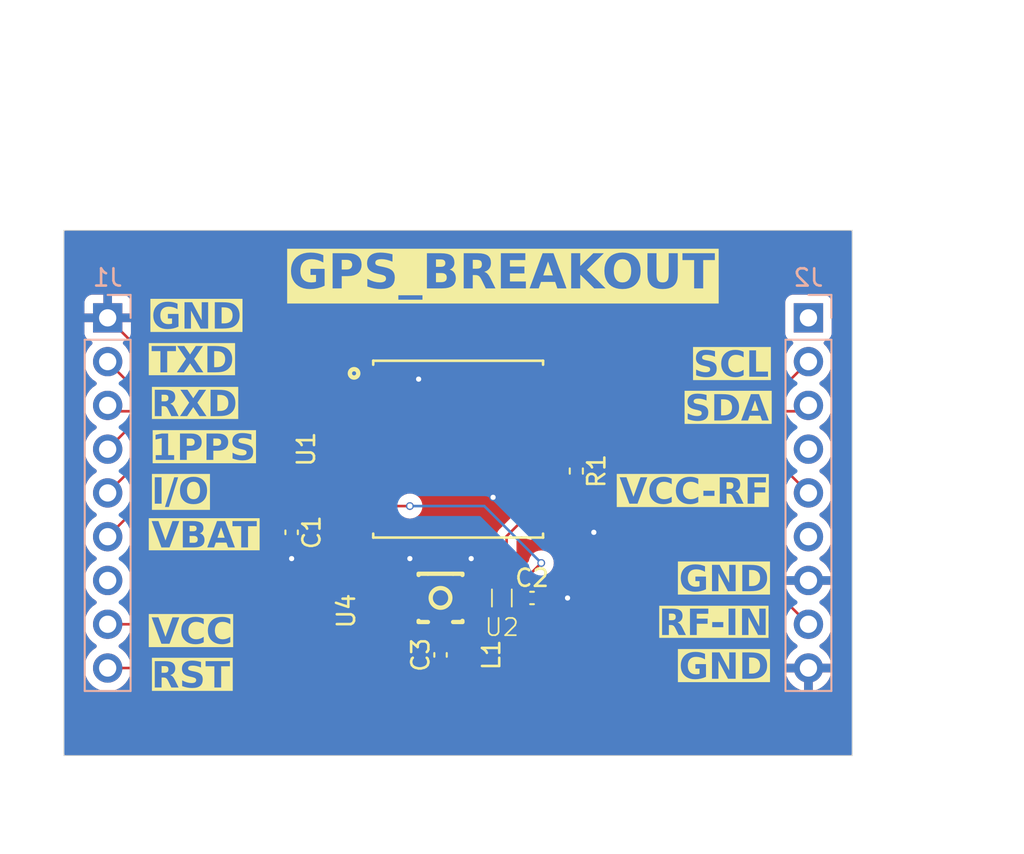
<source format=kicad_pcb>
(kicad_pcb (version 20221018) (generator pcbnew)
  (layers (0 "F.Cu" signal) (1 "In1.Cu" signal) (2 "In2.Cu" signal) (31 "B.Cu" signal) (34 "B.Paste" user) (35 "F.Paste" user) (36 "B.SilkS" user "B.Silkscreen") (37 "F.SilkS" user "F.Silkscreen") (38 "B.Mask" user) (39 "F.Mask" user) (44 "Edge.Cuts" user))
  (net 0 "")
  (net 1 "/TXD")
  (net 2 "GND")
  (net 3 "Net-(C3-Pad1)")
  (net 4 "Net-(C3-Pad2)")
  (net 5 "VCC")
  (net 6 "/RXD")
  (net 7 "/1PPS")
  (net 8 "/ON{slash}OFF")
  (net 9 "/VBAT")
  (net 10 "/RST")
  (net 11 "/RF_IN")
  (net 12 "/VCC_RF")
  (net 13 "/SDA")
  (net 14 "/SCL")
  (net 15 "Net-(U2-RFIN)")
  (footprint "Capacitor_SMD:C_0402_1005Metric" (layer "F.Cu") (at 169.164 105.918 90)
    (fp_text reference "C3" (at 0 -1.16 90) (layer "F.SilkS"))
    (fp_text value "470pF")
    (fp_line (start -0.107836 -0.36) (end 0.107836 -0.36) (stroke (width 0.12)) (layer "F.SilkS"))
    (fp_line (start -0.107836 0.36) (end 0.107836 0.36) (stroke (width 0.12)) (layer "F.SilkS"))
    (pad "1" smd roundrect (at -0.48 0 90) (size 0.56 0.62) (layers "F.Cu" "F.Paste" "F.Mask") (net 3 "Net-(C3-Pad1)"))
    (pad "2" smd roundrect (at 0.48 0 90) (size 0.56 0.62) (layers "F.Cu" "F.Paste" "F.Mask") (net 4 "Net-(C3-Pad2)"))
  )
  (footprint "PARTS:GPSM-SMD_ATGM336H-TR" (layer "F.Cu") (at 170.18 93.98 90)
    (fp_text reference "U1" (at 0 -8.81 90) (layer "F.SilkS"))
    (fp_text value "ATGM336H-5N31")
    (fp_line (start -5.13 -4.92) (end -5.13 -4.92) (stroke (width 0.15)) (layer "F.SilkS"))
    (fp_line (start -5.13 -4.92) (end -5.13 4.93) (stroke (width 0.15)) (layer "F.SilkS"))
    (fp_line (start -5.13 4.93) (end -5.13 4.93) (stroke (width 0.15)) (layer "F.SilkS"))
    (fp_line (start -5.13 4.93) (end -4.9 4.93) (stroke (width 0.15)) (layer "F.SilkS"))
    (fp_line (start -4.9 -4.92) (end -5.13 -4.92) (stroke (width 0.15)) (layer "F.SilkS"))
    (fp_line (start 4.9 -4.92) (end 5.13 -4.92) (stroke (width 0.15)) (layer "F.SilkS"))
    (fp_line (start 5.13 -4.92) (end 5.13 -4.92) (stroke (width 0.15)) (layer "F.SilkS"))
    (fp_line (start 5.13 -4.92) (end 5.13 4.93) (stroke (width 0.15)) (layer "F.SilkS"))
    (fp_line (start 5.13 4.93) (end 4.9 4.93) (stroke (width 0.15)) (layer "F.SilkS"))
    (fp_line (start 5.13 4.93) (end 5.13 4.93) (stroke (width 0.15)) (layer "F.SilkS"))
    (fp_circle (center 4.4 -6.03) (end 4.52 -6.03) (stroke (width 0.25)) (fill none) (layer "F.SilkS"))
    (pad "1" smd oval (at 4.4 -4.81 270) (size 0.7 1.77) (layers "F.Cu" "F.Paste" "F.Mask") (net 2 "GND"))
    (pad "2" smd oval (at 3.3 -4.81 270) (size 0.7 1.77) (layers "F.Cu" "F.Paste" "F.Mask") (net 1 "/TXD"))
    (pad "3" smd oval (at 2.2 -4.81 270) (size 0.7 1.77) (layers "F.Cu" "F.Paste" "F.Mask") (net 6 "/RXD"))
    (pad "4" smd oval (at 1.1 -4.81 270) (size 0.7 1.77) (layers "F.Cu" "F.Paste" "F.Mask") (net 7 "/1PPS"))
    (pad "5" smd oval (at 0 -4.81 270) (size 0.7 1.77) (layers "F.Cu" "F.Paste" "F.Mask") (net 8 "/ON{slash}OFF"))
    (pad "6" smd oval (at -1.1 -4.81 270) (size 0.7 1.77) (layers "F.Cu" "F.Paste" "F.Mask") (net 9 "/VBAT"))
    (pad "7" smd oval (at -2.2 -4.81 270) (size 0.7 1.77) (layers "F.Cu" "F.Paste" "F.Mask"))
    (pad "8" smd oval (at -3.3 -4.81 270) (size 0.7 1.77) (layers "F.Cu" "F.Paste" "F.Mask") (net 5 "VCC"))
    (pad "9" smd oval (at -4.4 -4.81 270) (size 0.7 1.77) (layers "F.Cu" "F.Paste" "F.Mask") (net 10 "/RST"))
    (pad "10" smd oval (at -4.4 4.81 270) (size 0.7 1.77) (layers "F.Cu" "F.Paste" "F.Mask") (net 2 "GND"))
    (pad "11" smd oval (at -3.3 4.81 270) (size 0.7 1.77) (layers "F.Cu" "F.Paste" "F.Mask") (net 11 "/RF_IN"))
    (pad "12" smd oval (at -2.2 4.81 270) (size 0.7 1.77) (layers "F.Cu" "F.Paste" "F.Mask") (net 2 "GND"))
    (pad "13" smd oval (at -1.1 4.81 270) (size 0.7 1.77) (layers "F.Cu" "F.Paste" "F.Mask"))
    (pad "14" smd oval (at 0 4.81 270) (size 0.7 1.77) (layers "F.Cu" "F.Paste" "F.Mask") (net 12 "/VCC_RF"))
    (pad "15" smd oval (at 1.1 4.81 270) (size 0.7 1.77) (layers "F.Cu" "F.Paste" "F.Mask"))
    (pad "16" smd oval (at 2.2 4.81 270) (size 0.7 1.77) (layers "F.Cu" "F.Paste" "F.Mask") (net 13 "/SDA"))
    (pad "17" smd oval (at 3.3 4.81 270) (size 0.7 1.77) (layers "F.Cu" "F.Paste" "F.Mask") (net 14 "/SCL"))
    (pad "18" smd oval (at 4.4 4.81 270) (size 0.7 1.77) (layers "F.Cu" "F.Paste" "F.Mask"))
  )
  (footprint "Capacitor_SMD:C_0402_1005Metric" (layer "F.Cu") (at 160.528 98.806 -90)
    (fp_text reference "C1" (at 0 -1.16 90) (layer "F.SilkS"))
    (fp_text value "10uF")
    (fp_line (start -0.107836 -0.36) (end 0.107836 -0.36) (stroke (width 0.12)) (layer "F.SilkS"))
    (fp_line (start -0.107836 0.36) (end 0.107836 0.36) (stroke (width 0.12)) (layer "F.SilkS"))
    (pad "1" smd roundrect (at -0.48 0 270) (size 0.56 0.62) (layers "F.Cu" "F.Paste" "F.Mask") (net 5 "VCC"))
    (pad "2" smd roundrect (at 0.48 0 270) (size 0.56 0.62) (layers "F.Cu" "F.Paste" "F.Mask") (net 2 "GND"))
  )
  (footprint "Inductor_SMD:L_0402_1005Metric" (layer "F.Cu") (at 170.942 105.918 -90)
    (fp_text reference "L1" (at 0 -1.17 90) (layer "F.SilkS"))
    (fp_text value "6.8nH")
    (pad "1" smd roundrect (at -0.485 0 270) (size 0.59 0.64) (layers "F.Cu" "F.Paste" "F.Mask") (net 15 "Net-(U2-RFIN)"))
    (pad "2" smd roundrect (at 0.485 0 270) (size 0.59 0.64) (layers "F.Cu" "F.Paste" "F.Mask") (net 3 "Net-(C3-Pad1)"))
  )
  (footprint "PARTS:IPEX-SMD_BWIPX-1-001E" (layer "F.Cu") (at 169.164 103.37 90)
    (fp_text reference "U4" (at 0 -5.47 90) (layer "F.SilkS"))
    (fp_text value "BWU.FL-IPEX1")
    (fp_line (start -0.64 -1.27) (end -0.64 -0.73) (stroke (width 0.25)) (layer "F.SilkS"))
    (fp_line (start -0.64 0.73) (end -0.64 1.27) (stroke (width 0.25)) (layer "F.SilkS"))
    (fp_line (start -0.64 1.27) (end -0.57 1.27) (stroke (width 0.25)) (layer "F.SilkS"))
    (fp_line (start -0.57 -1.27) (end -0.64 -1.27) (stroke (width 0.25)) (layer "F.SilkS"))
    (fp_line (start 2.09 1.27) (end 2.16 1.27) (stroke (width 0.25)) (layer "F.SilkS"))
    (fp_line (start 2.16 -1.27) (end 2.09 -1.27) (stroke (width 0.25)) (layer "F.SilkS"))
    (fp_line (start 2.16 -0.73) (end 2.16 -1.27) (stroke (width 0.25)) (layer "F.SilkS"))
    (fp_line (start 2.16 -0.73) (end 2.16 0.73) (stroke (width 0.25)) (layer "F.SilkS"))
    (fp_line (start 2.16 1.27) (end 2.16 0.73) (stroke (width 0.25)) (layer "F.SilkS"))
    (fp_circle (center 0.76 0) (end 1.33 0) (stroke (width 0.25)) (fill none) (layer "F.SilkS"))
    (pad "1" smd rect (at -0.76 0 270) (size 1.05 1) (layers "F.Cu" "F.Paste" "F.Mask") (net 4 "Net-(C3-Pad2)"))
    (pad "2" smd rect (at 0.76 1.47 270) (size 2.2 1.05) (layers "F.Cu" "F.Paste" "F.Mask") (net 2 "GND"))
    (pad "3" smd rect (at 0.76 -1.47 270) (size 2.2 1.05) (layers "F.Cu" "F.Paste" "F.Mask") (net 2 "GND"))
  )
  (footprint "Resistor_SMD:R_0402_1005Metric" (layer "F.Cu") (at 177.038 95.25 -90)
    (fp_text reference "R1" (at 0 -1.17 90) (layer "F.SilkS"))
    (fp_text value "1k")
    (fp_line (start -0.153641 -0.38) (end 0.153641 -0.38) (stroke (width 0.12)) (layer "F.SilkS"))
    (fp_line (start -0.153641 0.38) (end 0.153641 0.38) (stroke (width 0.12)) (layer "F.SilkS"))
    (pad "1" smd roundrect (at -0.51 0 270) (size 0.54 0.64) (layers "F.Cu" "F.Paste" "F.Mask") (net 12 "/VCC_RF"))
    (pad "2" smd roundrect (at 0.51 0 270) (size 0.54 0.64) (layers "F.Cu" "F.Paste" "F.Mask") (net 2 "GND"))
  )
  (footprint "PARTS:AT2659" (layer "F.Cu") (at 172.72 102.616)
    (fp_text reference "U2" (at 0 1.7 unlocked) (layer "F.SilkS") (effects (font (thickness 0.1))))
    (fp_text value "AT2659")
    (fp_line (start -0.575 -0.5) (end -0.575 0.5) (stroke (width 0.1)) (layer "F.SilkS"))
    (fp_line (start 0.575 -0.5) (end 0.575 0.5) (stroke (width 0.1)) (layer "F.SilkS"))
    (pad "1" smd roundrect (at -0.275 -0.5 180) (size 0.445 0.23) (layers "F.Cu" "F.Paste" "F.Mask") (roundrect_rratio 0) (chamfer_ratio 0.45) (chamfer bottom_left) (net 2 "GND"))
    (pad "2" smd rect (at -0.275 0 180) (size 0.445 0.23) (layers "F.Cu" "F.Paste" "F.Mask") (net 2 "GND"))
    (pad "3" smd rect (at -0.275 0.5 180) (size 0.445 0.23) (layers "F.Cu" "F.Paste" "F.Mask") (net 15 "Net-(U2-RFIN)"))
    (pad "4" smd rect (at 0.275 0.5 180) (size 0.445 0.23) (layers "F.Cu" "F.Paste" "F.Mask") (net 5 "VCC"))
    (pad "5" smd rect (at 0.275 0 180) (size 0.445 0.23) (layers "F.Cu" "F.Paste" "F.Mask") (net 5 "VCC"))
    (pad "6" smd rect (at 0.275 -0.5 180) (size 0.445 0.23) (layers "F.Cu" "F.Paste" "F.Mask") (net 11 "/RF_IN"))
  )
  (footprint "Capacitor_SMD:C_0402_1005Metric" (layer "F.Cu") (at 174.47 102.616)
    (fp_text reference "C2" (at 0 -1.16) (layer "F.SilkS"))
    (fp_text value "100nF")
    (fp_line (start -0.107836 -0.36) (end 0.107836 -0.36) (stroke (width 0.12)) (layer "F.SilkS"))
    (fp_line (start -0.107836 0.36) (end 0.107836 0.36) (stroke (width 0.12)) (layer "F.SilkS"))
    (pad "1" smd roundrect (at -0.48 0) (size 0.56 0.62) (layers "F.Cu" "F.Paste" "F.Mask") (net 5 "VCC"))
    (pad "2" smd roundrect (at 0.48 0) (size 0.56 0.62) (layers "F.Cu" "F.Paste" "F.Mask") (net 2 "GND"))
  )
  (footprint "Connector_PinHeader_2.54mm:PinHeader_1x09_P2.54mm_Vertical" (layer "B.Cu") (at 149.86 86.36 180)
    (fp_text reference "J1" (at 0 2.33) (layer "B.SilkS") (effects (justify mirror)))
    (fp_text value "Conn_01x09_Pin")
    (fp_line (start -1.33 -21.65) (end 1.33 -21.65) (stroke (width 0.12)) (layer "B.SilkS"))
    (fp_line (start -1.33 -1.27) (end -1.33 -21.65) (stroke (width 0.12)) (layer "B.SilkS"))
    (fp_line (start -1.33 -1.27) (end 1.33 -1.27) (stroke (width 0.12)) (layer "B.SilkS"))
    (fp_line (start -1.33 0) (end -1.33 1.33) (stroke (width 0.12)) (layer "B.SilkS"))
    (fp_line (start -1.33 1.33) (end 0 1.33) (stroke (width 0.12)) (layer "B.SilkS"))
    (fp_line (start 1.33 -1.27) (end 1.33 -21.65) (stroke (width 0.12)) (layer "B.SilkS"))
    (pad "1" thru_hole rect (at 0 0 180) (size 1.7 1.7) (drill 1) (layers "*.Cu" "*.Mask") (net 2 "GND"))
    (pad "2" thru_hole oval (at 0 -2.54 180) (size 1.7 1.7) (drill 1) (layers "*.Cu" "*.Mask") (net 1 "/TXD"))
    (pad "3" thru_hole oval (at 0 -5.08 180) (size 1.7 1.7) (drill 1) (layers "*.Cu" "*.Mask") (net 6 "/RXD"))
    (pad "4" thru_hole oval (at 0 -7.62 180) (size 1.7 1.7) (drill 1) (layers "*.Cu" "*.Mask") (net 7 "/1PPS"))
    (pad "5" thru_hole oval (at 0 -10.16 180) (size 1.7 1.7) (drill 1) (layers "*.Cu" "*.Mask") (net 8 "/ON{slash}OFF"))
    (pad "6" thru_hole oval (at 0 -12.7 180) (size 1.7 1.7) (drill 1) (layers "*.Cu" "*.Mask") (net 9 "/VBAT"))
    (pad "7" thru_hole oval (at 0 -15.24 180) (size 1.7 1.7) (drill 1) (layers "*.Cu" "*.Mask"))
    (pad "8" thru_hole oval (at 0 -17.78 180) (size 1.7 1.7) (drill 1) (layers "*.Cu" "*.Mask") (net 5 "VCC"))
    (pad "9" thru_hole oval (at 0 -20.32 180) (size 1.7 1.7) (drill 1) (layers "*.Cu" "*.Mask") (net 10 "/RST"))
  )
  (footprint "Connector_PinHeader_2.54mm:PinHeader_1x09_P2.54mm_Vertical" (layer "B.Cu") (at 190.5 86.36 180)
    (fp_text reference "J2" (at 0 2.33) (layer "B.SilkS") (effects (justify mirror)))
    (fp_text value "Conn_01x09_Pin")
    (fp_line (start -1.33 -21.65) (end 1.33 -21.65) (stroke (width 0.12)) (layer "B.SilkS"))
    (fp_line (start -1.33 -1.27) (end -1.33 -21.65) (stroke (width 0.12)) (layer "B.SilkS"))
    (fp_line (start -1.33 -1.27) (end 1.33 -1.27) (stroke (width 0.12)) (layer "B.SilkS"))
    (fp_line (start -1.33 0) (end -1.33 1.33) (stroke (width 0.12)) (layer "B.SilkS"))
    (fp_line (start -1.33 1.33) (end 0 1.33) (stroke (width 0.12)) (layer "B.SilkS"))
    (fp_line (start 1.33 -1.27) (end 1.33 -21.65) (stroke (width 0.12)) (layer "B.SilkS"))
    (pad "1" thru_hole rect (at 0 0 180) (size 1.7 1.7) (drill 1) (layers "*.Cu" "*.Mask"))
    (pad "2" thru_hole oval (at 0 -2.54 180) (size 1.7 1.7) (drill 1) (layers "*.Cu" "*.Mask") (net 14 "/SCL"))
    (pad "3" thru_hole oval (at 0 -5.08 180) (size 1.7 1.7) (drill 1) (layers "*.Cu" "*.Mask") (net 13 "/SDA"))
    (pad "4" thru_hole oval (at 0 -7.62 180) (size 1.7 1.7) (drill 1) (layers "*.Cu" "*.Mask"))
    (pad "5" thru_hole oval (at 0 -10.16 180) (size 1.7 1.7) (drill 1) (layers "*.Cu" "*.Mask") (net 12 "/VCC_RF"))
    (pad "6" thru_hole oval (at 0 -12.7 180) (size 1.7 1.7) (drill 1) (layers "*.Cu" "*.Mask"))
    (pad "7" thru_hole oval (at 0 -15.24 180) (size 1.7 1.7) (drill 1) (layers "*.Cu" "*.Mask") (net 2 "GND"))
    (pad "8" thru_hole oval (at 0 -17.78 180) (size 1.7 1.7) (drill 1) (layers "*.Cu" "*.Mask") (net 11 "/RF_IN"))
    (pad "9" thru_hole oval (at 0 -20.32 180) (size 1.7 1.7) (drill 1) (layers "*.Cu" "*.Mask") (net 2 "GND"))
  )
  (gr_line (start 147.32 111.76) (end 147.32 81.28) (stroke (width 0.05)) (layer "Edge.Cuts"))
  (gr_line (start 193.04 81.28) (end 193.04 111.76) (stroke (width 0.05)) (layer "Edge.Cuts"))
  (gr_line (start 193.04 111.76) (end 147.32 111.76) (stroke (width 0.05)) (layer "Edge.Cuts"))
  (gr_line (start 147.32 81.28) (end 193.04 81.28) (stroke (width 0.05)) (layer "Edge.Cuts"))
  (gr_text "I/O" (at 152.4 96.52) (layer "F.SilkS" knockout) (effects (font (size 1.5 1.5) (thickness 0.3) bold) (justify left)))
  (gr_text "GPS_BREAKOUT" (at 172.72 83.82) (layer "F.SilkS" knockout) (effects (font (size 2 2))))
  (gr_text "GND" (at 188.214 101.6) (layer "F.SilkS" knockout) (effects (font (size 1.5 1.5) (thickness 0.3) bold) (justify right)))
  (gr_text "GND" (at 152.4 86.36) (layer "F.SilkS" knockout) (effects (font (size 1.5 1.5) (thickness 0.3) bold) (justify left)))
  (gr_text "VCC" (at 152.4 104.648) (layer "F.SilkS" knockout) (effects (font (size 1.5 1.5) (thickness 0.3) bold) (justify left)))
  (gr_text "TXD" (at 152.4 88.9) (layer "F.SilkS" knockout) (effects (font (size 1.5 1.5) (thickness 0.3) bold) (justify left)))
  (gr_text "RXD" (at 152.4 91.44) (layer "F.SilkS" knockout) (effects (font (size 1.5 1.5) (thickness 0.3) bold) (justify left)))
  (gr_text "GND" (at 188.214 106.68) (layer "F.SilkS" knockout) (effects (font (size 1.5 1.5) (thickness 0.3) bold) (justify right)))
  (gr_text "SDA" (at 188.214 91.694) (layer "F.SilkS" knockout) (effects (font (size 1.5 1.5) (thickness 0.3) bold) (justify right)))
  (gr_text "1PPS" (at 152.4 93.98) (layer "F.SilkS" knockout) (effects (font (size 1.5 1.5) (thickness 0.3) bold) (justify left)))
  (gr_text "SCL" (at 188.214 89.154) (layer "F.SilkS" knockout) (effects (font (size 1.5 1.5) (thickness 0.3) bold) (justify right)))
  (gr_text "VBAT" (at 152.4 99.06) (layer "F.SilkS" knockout) (effects (font (size 1.5 1.5) (thickness 0.3) bold) (justify left)))
  (gr_text "VCC-RF" (at 188.214 96.52) (layer "F.SilkS" knockout) (effects (font (size 1.5 1.5) (thickness 0.3) bold) (justify right)))
  (gr_text "RF-IN" (at 188.214 104.14) (layer "F.SilkS" knockout) (effects (font (size 1.5 1.5) (thickness 0.3) bold) (justify right)))
  (gr_text "RST" (at 152.4 107.188) (layer "F.SilkS" knockout) (effects (font (size 1.5 1.5) (thickness 0.3) bold) (justify left)))
  (segment (start 165.37 90.68) (end 151.64 90.68) (width 0.15) (layer "F.Cu") (net 1))
  (segment (start 151.64 90.68) (end 149.86 88.9) (width 0.15) (layer "F.Cu") (net 1))
  (segment (start 167.694 102.61) (end 167.694 100.638) (width 0.15) (layer "F.Cu") (net 2))
  (segment (start 153.08 89.58) (end 149.86 86.36) (width 0.15) (layer "F.Cu") (net 2))
  (segment (start 174.95 102.616) (end 176.53 102.616) (width 0.15) (layer "F.Cu") (net 2))
  (segment (start 174.99 96.18) (end 172.806 96.18) (width 0.15) (layer "F.Cu") (net 2))
  (segment (start 170.634 102.61) (end 170.634 100.638) (width 0.15) (layer "F.Cu") (net 2))
  (segment (start 172.445 102.616) (end 170.64 102.616) (width 0.15) (layer "F.Cu") (net 2))
  (segment (start 170.64 102.616) (end 170.634 102.61) (width 0.15) (layer "F.Cu") (net 2))
  (segment (start 172.806 96.18) (end 172.212 96.774) (width 0.15) (layer "F.Cu") (net 2))
  (segment (start 177.628 98.38) (end 178.054 98.806) (width 0.15) (layer "F.Cu") (net 2))
  (segment (start 174.99 98.38) (end 177.628 98.38) (width 0.15) (layer "F.Cu") (net 2))
  (segment (start 176.618 96.18) (end 177.038 95.76) (width 0.15) (layer "F.Cu") (net 2))
  (segment (start 174.99 96.18) (end 176.618 96.18) (width 0.15) (layer "F.Cu") (net 2))
  (segment (start 170.634 100.638) (end 170.942 100.33) (width 0.15) (layer "F.Cu") (net 2))
  (segment (start 167.558 89.58) (end 167.894 89.916) (width 0.15) (layer "F.Cu") (net 2))
  (segment (start 165.37 89.58) (end 167.558 89.58) (width 0.15) (layer "F.Cu") (net 2))
  (segment (start 165.37 89.58) (end 153.08 89.58) (width 0.15) (layer "F.Cu") (net 2))
  (segment (start 160.528 99.286) (end 160.528 100.33) (width 0.15) (layer "F.Cu") (net 2))
  (segment (start 167.694 100.638) (end 167.386 100.33) (width 0.15) (layer "F.Cu") (net 2))
  (via (at 167.386 100.33) (size 0.45) (drill 0.3) (layers "F.Cu" "B.Cu") (net 2))
  (via (at 178.054 98.806) (size 0.45) (drill 0.3) (layers "F.Cu" "B.Cu") (net 2))
  (via (at 167.894 89.916) (size 0.45) (drill 0.3) (layers "F.Cu" "B.Cu") (net 2))
  (via (at 172.212 96.774) (size 0.45) (drill 0.3) (layers "F.Cu" "B.Cu") (net 2))
  (via (at 176.53 102.616) (size 0.45) (drill 0.3) (layers "F.Cu" "B.Cu") (net 2))
  (via (at 160.528 100.33) (size 0.45) (drill 0.3) (layers "F.Cu" "B.Cu") (net 2))
  (via (at 170.942 100.33) (size 0.45) (drill 0.3) (layers "F.Cu" "B.Cu") (net 2))
  (segment (start 170.937 106.398) (end 170.942 106.403) (width 0.15) (layer "F.Cu") (net 3))
  (segment (start 169.164 106.398) (end 170.937 106.398) (width 0.15) (layer "F.Cu") (net 3))
  (segment (start 169.164 104.13) (end 169.164 105.438) (width 0.15) (layer "F.Cu") (net 4))
  (segment (start 149.86 104.14) (end 154.714 104.14) (width 0.15) (layer "F.Cu") (net 5))
  (segment (start 173.99 102.616) (end 173.99 101.6) (width 0.15) (layer "F.Cu") (net 5))
  (segment (start 154.714 104.14) (end 160.528 98.326) (width 0.15) (layer "F.Cu") (net 5))
  (segment (start 173.99 102.616) (end 172.995 102.616) (width 0.15) (layer "F.Cu") (net 5))
  (segment (start 160.528 98.326) (end 161.574 97.28) (width 0.15) (layer "F.Cu") (net 5))
  (segment (start 173.99 101.6) (end 175.006 100.584) (width 0.15) (layer "F.Cu") (net 5))
  (segment (start 165.37 97.28) (end 167.386 97.282) (width 0.15) (layer "F.Cu") (net 5))
  (segment (start 161.574 97.28) (end 165.37 97.28) (width 0.15) (layer "F.Cu") (net 5))
  (segment (start 167.386 97.282) (end 167.384 97.28) (width 0.15) (layer "F.Cu") (net 5))
  (via (at 167.386 97.282) (size 0.45) (drill 0.3) (layers "F.Cu" "B.Cu") (net 5))
  (via (at 175.006 100.584) (size 0.45) (drill 0.3) (layers "F.Cu" "B.Cu") (net 5))
  (segment (start 167.386 97.282) (end 171.704 97.282) (width 0.15) (layer "B.Cu") (net 5))
  (segment (start 171.704 97.282) (end 175.006 100.584) (width 0.15) (layer "B.Cu") (net 5))
  (segment (start 150.2 91.78) (end 149.86 91.44) (width 0.15) (layer "F.Cu") (net 6))
  (segment (start 165.37 91.78) (end 150.2 91.78) (width 0.15) (layer "F.Cu") (net 6))
  (segment (start 150.96 92.88) (end 149.86 93.98) (width 0.15) (layer "F.Cu") (net 7))
  (segment (start 165.37 92.88) (end 150.96 92.88) (width 0.15) (layer "F.Cu") (net 7))
  (segment (start 152.4 93.98) (end 149.86 96.52) (width 0.15) (layer "F.Cu") (net 8))
  (segment (start 165.37 93.98) (end 152.4 93.98) (width 0.15) (layer "F.Cu") (net 8))
  (segment (start 165.37 95.08) (end 153.84 95.08) (width 0.15) (layer "F.Cu") (net 9))
  (segment (start 153.84 95.08) (end 149.86 99.06) (width 0.15) (layer "F.Cu") (net 9))
  (segment (start 157.07 106.68) (end 165.37 98.38) (width 0.15) (layer "F.Cu") (net 10))
  (segment (start 149.86 106.68) (end 157.07 106.68) (width 0.15) (layer "F.Cu") (net 10))
  (segment (start 174.99 97.28) (end 183.64 97.28) (width 0.15) (layer "F.Cu") (net 11))
  (segment (start 183.64 97.28) (end 190.5 104.14) (width 0.15) (layer "F.Cu") (net 11))
  (segment (start 172.995 99.030629) (end 174.745629 97.28) (width 0.15) (layer "F.Cu") (net 11))
  (segment (start 174.745629 97.28) (end 174.99 97.28) (width 0.15) (layer "F.Cu") (net 11))
  (segment (start 172.995 102.116) (end 172.995 99.030629) (width 0.15) (layer "F.Cu") (net 11))
  (segment (start 188.72 94.74) (end 190.5 96.52) (width 0.15) (layer "F.Cu") (net 12))
  (segment (start 176.278 93.98) (end 174.99 93.98) (width 0.15) (layer "F.Cu") (net 12))
  (segment (start 177.038 94.74) (end 176.278 93.98) (width 0.15) (layer "F.Cu") (net 12))
  (segment (start 177.038 94.74) (end 188.72 94.74) (width 0.15) (layer "F.Cu") (net 12))
  (segment (start 174.99 91.78) (end 190.16 91.78) (width 0.15) (layer "F.Cu") (net 13))
  (segment (start 190.16 91.78) (end 190.5 91.44) (width 0.15) (layer "F.Cu") (net 13))
  (segment (start 188.72 90.68) (end 190.5 88.9) (width 0.15) (layer "F.Cu") (net 14))
  (segment (start 174.99 90.68) (end 188.72 90.68) (width 0.15) (layer "F.Cu") (net 14))
  (segment (start 170.942 105.433) (end 170.942 104.619) (width 0.15) (layer "F.Cu") (net 15))
  (segment (start 170.942 104.619) (end 172.445 103.116) (width 0.15) (layer "F.Cu") (net 15))
  (zone (net 2) (net_name "GND") (layers "F.Cu" "In1.Cu" "In2.Cu" "B.Cu") (connect_pads (clearance 0.5)) (min_thickness 0.25) (fill yes (thermal_gap 0.5) (thermal_bridge_width 0.5))
    (polygon (pts (xy 147.32 81.28) (xy 193.04 81.28) (xy 193.04 111.76) (xy 147.32 111.76)))
  )
)
</source>
